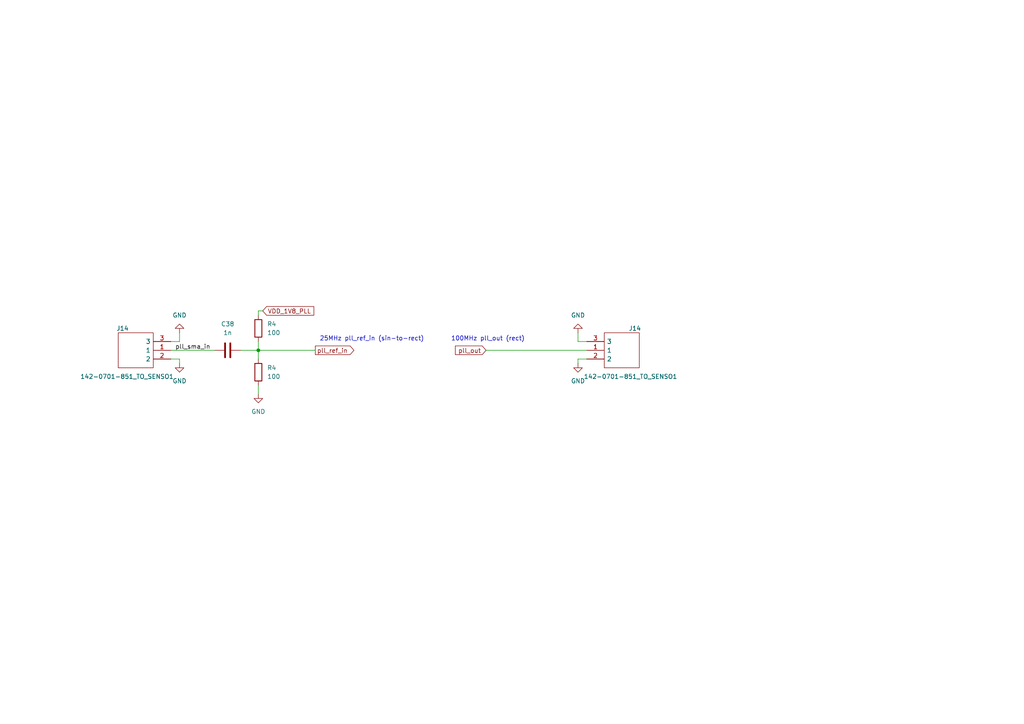
<source format=kicad_sch>
(kicad_sch (version 20231120) (generator "eeschema") (generator_version "8.0")
  (paper "A4")
  (lib_symbols
    (symbol "Device:C" (pin_numbers hide) (pin_names (offset 0.254))
      (property "Reference" "C" (at 0.635 2.54 0))
      (property "Value" "C" (at 0.635 -2.54 0))
      (symbol "C_0_1"
        (polyline (pts (xy -2.032 -0.762) (xy 2.032 -0.762)) (stroke (width 0.508)))
        (polyline (pts (xy -2.032 0.762) (xy 2.032 0.762)) (stroke (width 0.508)))
      )
      (symbol "C_1_1"
        (pin passive line (at 0 3.81 270) (length 2.794) (name "~") (number "1"))
        (pin passive line (at 0 -3.81 90) (length 2.794) (name "~") (number "2"))
      )
    )
    (symbol "Device:R" (pin_numbers hide) (pin_names (offset 0))
      (property "Reference" "R" (at 2.032 0 90))
      (property "Value" "R" (at 0 0 90))
      (symbol "R_0_1"
        (rectangle (start -1.016 -2.54) (end 1.016 2.54) (stroke (width 0.254)))
      )
      (symbol "R_1_1"
        (pin passive line (at 0 3.81 270) (length 1.27) (name "~") (number "1"))
        (pin passive line (at 0 -3.81 90) (length 1.27) (name "~") (number "2"))
      )
    )
    (symbol "TO_SENSO1:142-0701-851_TO_SENSO1" (pin_names (offset 0.762))
      (property "Reference" "J" (at -2.54 16.51 0))
      (property "Value" "142-0701-851_TO_SENSO1" (at 6.35 3.81 0))
      (symbol "142-0701-851_TO_SENSO1_0_0"
        (pin passive line (at 2.54 0 90) (length 5.08) (name "1") (number "1"))
        (pin passive line (at 0 0 90) (length 5.08) (name "2") (number "2"))
        (pin passive line (at 5.08 0 90) (length 5.08) (name "3") (number "3"))
      )
      (symbol "142-0701-851_TO_SENSO1_0_1"
        (polyline (pts (xy -2.54 15.24) (xy 7.62 15.24) (xy 7.62 5.08) (xy -2.54 5.08) (xy -2.54 15.24)) (stroke (width 0.1524)))
      )
    )
    (symbol "power:GND" (power) (pin_names (offset 0))
      (property "Value" "GND" (at 0 -3.81 0))
      (symbol "GND_0_1"
        (polyline (pts (xy 0 0) (xy 0 -1.27) (xy 1.27 -1.27) (xy 0 -2.54) (xy -1.27 -1.27) (xy 0 -1.27)))
      )
      (symbol "GND_1_1"
        (pin power_in line (at 0 0 270) (length 0) hide (name "GND") (number "1"))
      )
    )
  )
  (junction (at 74.93 101.6))
  (wire (pts (xy 74.93 111.76) (xy 74.93 114.3)))
  (wire (pts (xy 167.64 104.14) (xy 167.64 105.41)))
  (wire (pts (xy 74.93 99.06) (xy 74.93 101.6)))
  (wire (pts (xy 74.93 91.44) (xy 74.93 90.17)))
  (wire (pts (xy 49.53 104.14) (xy 52.07 104.14)))
  (wire (pts (xy 49.53 99.06) (xy 52.07 99.06)))
  (wire (pts (xy 170.18 99.06) (xy 167.64 99.06)))
  (wire (pts (xy 140.97 101.6) (xy 170.18 101.6)))
  (wire (pts (xy 74.93 90.17) (xy 76.2 90.17)))
  (wire (pts (xy 170.18 104.14) (xy 167.64 104.14)))
  (wire (pts (xy 69.85 101.6) (xy 74.93 101.6)))
  (wire (pts (xy 74.93 101.6) (xy 74.93 104.14)))
  (wire (pts (xy 49.53 101.6) (xy 62.23 101.6)))
  (wire (pts (xy 74.93 101.6) (xy 91.44 101.6)))
  (wire (pts (xy 167.64 99.06) (xy 167.64 96.52)))
  (wire (pts (xy 52.07 104.14) (xy 52.07 105.41)))
  (wire (pts (xy 52.07 99.06) (xy 52.07 96.52)))
  (text "100MHz pll_out (rect)" (at 130.81 99.06 0) (effects (font (size 1.27 1.27)) (justify left bottom)))
  (text "25MHz pll_ref_in (sin-to-rect)" (at 92.71 99.06 0) (effects (font (size 1.27 1.27)) (justify left bottom)))
  (label "pll_sma_in" (at 50.8 101.6 0))
  (global_label "VDD_1V8_PLL" (shape input) (at 76.2 90.17 0) (property "Intersheetrefs" "${INTERSHEET_REFS}" (effects (hide yes))))
  (global_label "pll_out" (shape input) (at 140.97 101.6 180) (property "Intersheetrefs" "${INTERSHEET_REFS}" (effects (hide yes))))
  (global_label "pll_ref_in" (shape output) (at 91.44 101.6 0) (property "Intersheetrefs" "${INTERSHEET_REFS}" (effects (hide yes))))
  (symbol (lib_id "TO_SENSO1:142-0701-851_TO_SENSO1") (at 170.18 104.14 270) (mirror x) (unit 1)
    (property "Reference" "J14" (at 184.15 95.25 90))
    (property "Value" "142-0701-851_TO_SENSO1" (at 182.88 109.22 90))
    (property "Footprint" "TO_SENSO1:142-0701-851_TO_SENSO1" (effects (hide yes)))
    (property "Datasheet" "https://datasheet.datasheetarchive.com/originals/distributors/Datasheets_SAMA/f433644ac4c880804a06d33aaf316cf9.pdf" (effects (hide yes)))
    (property "Description" "SMA 50 Ohm End Launch Jack Receptacle - Tab Contact" (effects (hide yes)))
    (property "Manufacturer_Name" "Cinch Connectivity Solutions" (effects (hide yes)))
    (property "Manufacturer_Part_Number" "142-0701-851" (effects (hide yes)))
    (property "Mouser Part Number" "530-142-0701-851" (effects (hide yes)))
    (property "Mouser Price/Stock" "https://www.mouser.co.uk/ProductDetail/Johnson-Cinch-Connectivity-Solutions/142-0701-851?qs=iKljIZI%252Bxs62lAzRMYOufA%3D%3D" (effects (hide yes)))
    (property "Arrow Part Number" "142-0701-851" (effects (hide yes)))
    (property "Arrow Price/Stock" "https://www.arrow.com/en/products/142-0701-851/cinch-connectivity-solutions?region=europe" (effects (hide yes)))
    (instances (project "to_senso1_eval" (path "" (reference "J14") (unit 1))) (project "SKY130_PLL_eval" (path "" (reference "J_PLL_OUT1") (unit 1))))
  )
  (symbol (lib_id "Device:R") (at 74.93 107.95 0) (unit 1)
    (property "Reference" "R4" (at 77.47 106.6799 0) (effects (justify left)))
    (property "Value" "100" (at 77.47 109.2199 0) (effects (justify left)))
    (property "Footprint" "Capacitor_SMD:C_0603_1608Metric" (effects (hide yes)))
    (instances (project "to_senso1_eval" (path "" (reference "R4") (unit 1))) (project "SKY130_PLL_eval" (path "" (reference "R1") (unit 1))))
  )
  (symbol (lib_id "Device:R") (at 74.93 95.25 0) (unit 1)
    (property "Reference" "R4" (at 77.47 93.9799 0) (effects (justify left)))
    (property "Value" "100" (at 77.47 96.5199 0) (effects (justify left)))
    (property "Footprint" "Capacitor_SMD:C_0603_1608Metric" (effects (hide yes)))
  )
  (symbol (lib_id "Device:C") (at 66.04 101.6 90) (unit 1)
    (property "Reference" "C38" (at 66.04 93.98 90))
    (property "Value" "1n" (at 66.04 96.52 90))
    (property "Footprint" "Capacitor_SMD:C_0603_1608Metric" (effects (hide yes)))
    (instances (project "to_senso1_eval" (path "" (reference "C38") (unit 1))) (project "SKY130_PLL_eval" (path "" (reference "C22") (unit 1))))
  )
  (symbol (lib_id "power:GND") (at 52.07 96.52 180) (unit 1)
    (property "Reference" "#PWR082" (effects (hide yes)))
    (property "Value" "GND" (at 52.07 91.44 0))
    (instances (project "to_senso1_eval" (path "" (reference "#PWR082") (unit 1))) (project "SKY130_PLL_eval" (path "" (reference "#PWR031") (unit 1))))
  )
  (symbol (lib_id "TO_SENSO1:142-0701-851_TO_SENSO1") (at 49.53 104.14 90) (unit 1)
    (property "Reference" "J14" (at 35.56 95.25 90))
    (property "Value" "142-0701-851_TO_SENSO1" (at 36.83 109.22 90))
    (property "Footprint" "TO_SENSO1:142-0701-851_TO_SENSO1" (effects (hide yes)))
    (property "Datasheet" "https://datasheet.datasheetarchive.com/originals/distributors/Datasheets_SAMA/f433644ac4c880804a06d33aaf316cf9.pdf" (effects (hide yes)))
    (property "Description" "SMA 50 Ohm End Launch Jack Receptacle - Tab Contact" (effects (hide yes)))
    (property "Manufacturer_Name" "Cinch Connectivity Solutions" (effects (hide yes)))
    (property "Manufacturer_Part_Number" "142-0701-851" (effects (hide yes)))
    (property "Mouser Part Number" "530-142-0701-851" (effects (hide yes)))
    (property "Mouser Price/Stock" "https://www.mouser.co.uk/ProductDetail/Johnson-Cinch-Connectivity-Solutions/142-0701-851?qs=iKljIZI%252Bxs62lAzRMYOufA%3D%3D" (effects (hide yes)))
    (property "Arrow Part Number" "142-0701-851" (effects (hide yes)))
    (property "Arrow Price/Stock" "https://www.arrow.com/en/products/142-0701-851/cinch-connectivity-solutions?region=europe" (effects (hide yes)))
    (instances (project "to_senso1_eval" (path "" (reference "J14") (unit 1))) (project "SKY130_PLL_eval" (path "" (reference "J_PLL_REF_IN1") (unit 1))))
  )
  (symbol (lib_id "power:GND") (at 167.64 96.52 0) (mirror x) (unit 1)
    (property "Reference" "#PWR082" (effects (hide yes)))
    (property "Value" "GND" (at 167.64 91.44 0))
    (instances (project "to_senso1_eval" (path "" (reference "#PWR082") (unit 1))) (project "SKY130_PLL_eval" (path "" (reference "#PWR047") (unit 1))))
  )
  (symbol (lib_id "power:GND") (at 74.93 114.3 0) (unit 1)
    (property "Reference" "#PWR048" (effects (hide yes)))
    (property "Value" "GND" (at 74.93 119.38 0))
    (instances (project "to_senso1_eval" (path "" (reference "#PWR048") (unit 1))) (project "SKY130_PLL_eval" (path "" (reference "#PWR036") (unit 1))))
  )
  (symbol (lib_id "power:GND") (at 52.07 105.41 0) (unit 1)
    (property "Reference" "#PWR083" (effects (hide yes)))
    (property "Value" "GND" (at 52.07 110.49 0))
    (instances (project "to_senso1_eval" (path "" (reference "#PWR083") (unit 1))) (project "SKY130_PLL_eval" (path "" (reference "#PWR032") (unit 1))))
  )
  (symbol (lib_id "power:GND") (at 167.64 105.41 0) (mirror y) (unit 1)
    (property "Reference" "#PWR083" (effects (hide yes)))
    (property "Value" "GND" (at 167.64 110.49 0))
    (instances (project "to_senso1_eval" (path "" (reference "#PWR083") (unit 1))) (project "SKY130_PLL_eval" (path "" (reference "#PWR048") (unit 1))))
  )
)
</source>
